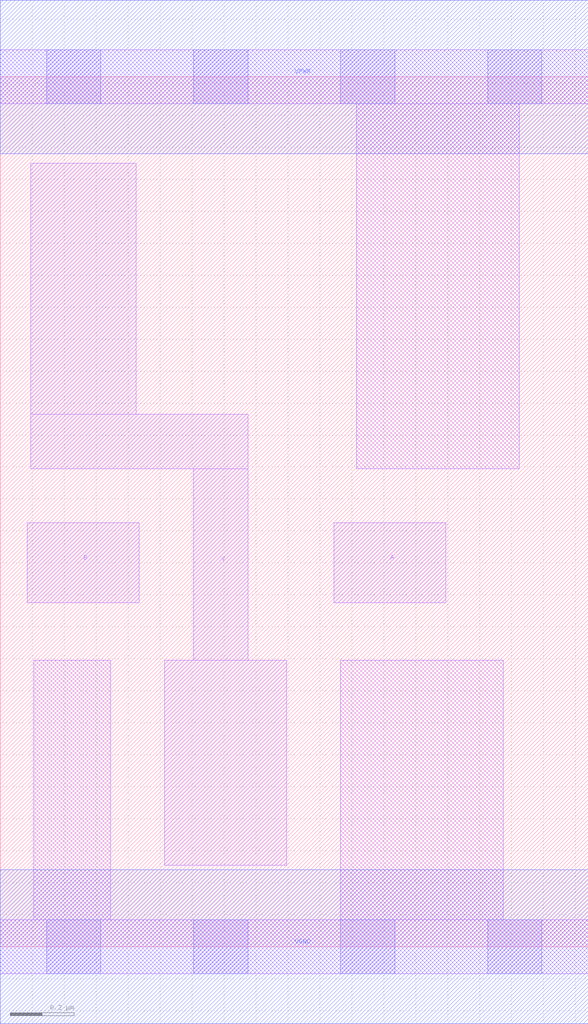
<source format=lef>
# Copyright 2020 The SkyWater PDK Authors
#
# Licensed under the Apache License, Version 2.0 (the "License");
# you may not use this file except in compliance with the License.
# You may obtain a copy of the License at
#
#     https://www.apache.org/licenses/LICENSE-2.0
#
# Unless required by applicable law or agreed to in writing, software
# distributed under the License is distributed on an "AS IS" BASIS,
# WITHOUT WARRANTIES OR CONDITIONS OF ANY KIND, either express or implied.
# See the License for the specific language governing permissions and
# limitations under the License.
#
# SPDX-License-Identifier: Apache-2.0

VERSION 5.7 ;
  NOWIREEXTENSIONATPIN ON ;
  DIVIDERCHAR "/" ;
  BUSBITCHARS "[]" ;
UNITS
  DATABASE MICRONS 200 ;
END UNITS
PROPERTYDEFINITIONS
  MACRO maskLayoutSubType STRING ;
  MACRO prCellType STRING ;
  MACRO originalViewName STRING ;
END PROPERTYDEFINITIONS
MACRO sky130_fd_sc_hdll__nor2_1
  CLASS CORE ;
  FOREIGN sky130_fd_sc_hdll__nor2_1 ;
  ORIGIN  0.000000  0.000000 ;
  SIZE  1.840000 BY  2.720000 ;
  SYMMETRY X Y R90 ;
  SITE unithd ;
  PIN A
    ANTENNAGATEAREA  0.277500 ;
    DIRECTION INPUT ;
    USE SIGNAL ;
    PORT
      LAYER li1 ;
        RECT 1.045000 1.075000 1.395000 1.325000 ;
    END
  END A
  PIN B
    ANTENNAGATEAREA  0.277500 ;
    DIRECTION INPUT ;
    USE SIGNAL ;
    PORT
      LAYER li1 ;
        RECT 0.085000 1.075000 0.435000 1.325000 ;
    END
  END B
  PIN Y
    ANTENNADIFFAREA  0.445500 ;
    DIRECTION OUTPUT ;
    USE SIGNAL ;
    PORT
      LAYER li1 ;
        RECT 0.095000 1.495000 0.775000 1.665000 ;
        RECT 0.095000 1.665000 0.425000 2.450000 ;
        RECT 0.515000 0.255000 0.895000 0.895000 ;
        RECT 0.605000 0.895000 0.775000 1.495000 ;
    END
  END Y
  PIN VGND
    DIRECTION INOUT ;
    USE GROUND ;
    PORT
      LAYER met1 ;
        RECT 0.000000 -0.240000 1.840000 0.240000 ;
    END
  END VGND
  PIN VPWR
    DIRECTION INOUT ;
    USE POWER ;
    PORT
      LAYER met1 ;
        RECT 0.000000 2.480000 1.840000 2.960000 ;
    END
  END VPWR
  OBS
    LAYER li1 ;
      RECT 0.000000 -0.085000 1.840000 0.085000 ;
      RECT 0.000000  2.635000 1.840000 2.805000 ;
      RECT 0.105000  0.085000 0.345000 0.895000 ;
      RECT 1.065000  0.085000 1.575000 0.895000 ;
      RECT 1.115000  1.495000 1.625000 2.635000 ;
    LAYER mcon ;
      RECT 0.145000 -0.085000 0.315000 0.085000 ;
      RECT 0.145000  2.635000 0.315000 2.805000 ;
      RECT 0.605000 -0.085000 0.775000 0.085000 ;
      RECT 0.605000  2.635000 0.775000 2.805000 ;
      RECT 1.065000 -0.085000 1.235000 0.085000 ;
      RECT 1.065000  2.635000 1.235000 2.805000 ;
      RECT 1.525000 -0.085000 1.695000 0.085000 ;
      RECT 1.525000  2.635000 1.695000 2.805000 ;
  END
  PROPERTY maskLayoutSubType "abstract" ;
  PROPERTY prCellType "standard" ;
  PROPERTY originalViewName "layout" ;
END sky130_fd_sc_hdll__nor2_1
END LIBRARY

</source>
